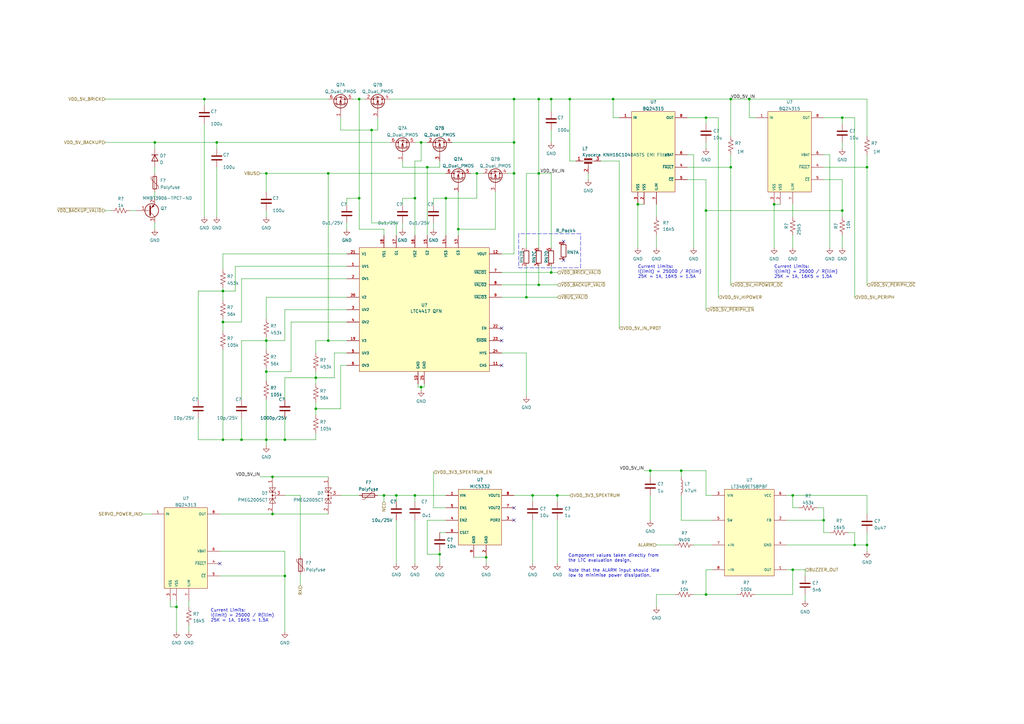
<source format=kicad_sch>
(kicad_sch (version 20211123) (generator eeschema)
  (paper "A3")
  (junction (at 109.22 180.34))
  (junction (at 210.82 40.64))
  (junction (at 345.44 48.26))
  (junction (at 152.4 53.34))
  (junction (at 299.72 40.64))
  (junction (at 88.9 58.42))
  (junction (at 220.98 40.64))
  (junction (at 109.22 139.7))
  (junction (at 307.34 40.64))
  (junction (at 187.96 93.98))
  (junction (at 147.32 40.64))
  (junction (at 355.6 68.58))
  (junction (at 91.44 132.08))
  (junction (at 172.72 158.75))
  (junction (at 170.18 81.28))
  (junction (at 129.54 154.94))
  (junction (at 134.62 71.12))
  (junction (at 226.06 111.76))
  (junction (at 345.44 86.36))
  (junction (at 111.76 210.82))
  (junction (at 220.98 71.12))
  (junction (at 109.22 71.12))
  (junction (at 325.12 233.68))
  (junction (at 226.06 40.64))
  (junction (at 172.72 58.42))
  (junction (at 215.9 121.92))
  (junction (at 63.5 58.42))
  (junction (at 233.68 40.64))
  (junction (at 91.44 119.38))
  (junction (at 289.56 243.84))
  (junction (at 182.88 81.28))
  (junction (at 116.84 180.34))
  (junction (at 337.82 213.36))
  (junction (at 289.56 86.36))
  (junction (at 220.98 116.84))
  (junction (at 111.76 195.58))
  (junction (at 228.6 203.2))
  (junction (at 175.26 68.58))
  (junction (at 162.56 203.2))
  (junction (at 129.54 167.64))
  (junction (at 251.46 40.64))
  (junction (at 109.22 152.4))
  (junction (at 91.44 180.34))
  (junction (at 289.56 48.26))
  (junction (at 170.18 203.2))
  (junction (at 72.39 248.92))
  (junction (at 195.58 71.12))
  (junction (at 299.72 68.58))
  (junction (at 99.06 180.34))
  (junction (at 210.82 71.12))
  (junction (at 261.62 83.82))
  (junction (at 134.62 139.7))
  (junction (at 147.32 81.28))
  (junction (at 157.48 203.2))
  (junction (at 350.52 223.52))
  (junction (at 279.4 193.04))
  (junction (at 116.84 236.22))
  (junction (at 317.5 83.82))
  (junction (at 355.6 223.52))
  (junction (at 266.7 193.04))
  (junction (at 83.82 40.64))
  (junction (at 180.34 227.33))
  (junction (at 199.39 228.6))
  (junction (at 210.82 58.42))
  (junction (at 218.44 203.2))
  (junction (at 325.12 203.2))
  (no_connect (at 231.14 99.06))
  (no_connect (at 231.14 106.68))
  (no_connect (at 90.17 231.14))
  (no_connect (at 210.82 208.28))
  (no_connect (at 210.82 213.36))
  (no_connect (at 205.74 134.62))
  (no_connect (at 205.74 139.7))
  (no_connect (at 205.74 149.86))
  (wire (pts (xy 129.54 167.64) (xy 129.54 170.18)))
  (wire (pts (xy 116.84 139.7) (xy 109.22 139.7)))
  (wire (pts (xy 170.18 205.74) (xy 170.18 203.2)))
  (wire (pts (xy 147.32 81.28) (xy 142.24 81.28)))
  (wire (pts (xy 264.16 193.04) (xy 266.7 193.04)))
  (wire (pts (xy 215.9 121.92) (xy 228.6 121.92)))
  (wire (pts (xy 90.17 210.82) (xy 111.76 210.82)))
  (wire (pts (xy 299.72 40.64) (xy 307.34 40.64)))
  (polyline (pts (xy 238.125 95.885) (xy 212.725 95.885)))
  (wire (pts (xy 330.2 236.22) (xy 330.2 233.68)))
  (wire (pts (xy 99.06 171.45) (xy 99.06 180.34)))
  (wire (pts (xy 279.4 193.04) (xy 289.56 193.04)))
  (wire (pts (xy 173.99 157.48) (xy 173.99 158.75)))
  (wire (pts (xy 175.26 213.36) (xy 175.26 227.33)))
  (wire (pts (xy 289.56 203.2) (xy 292.1 203.2)))
  (wire (pts (xy 294.64 48.26) (xy 294.64 121.92)))
  (wire (pts (xy 147.32 81.28) (xy 147.32 40.64)))
  (wire (pts (xy 91.44 110.49) (xy 91.44 104.14)))
  (wire (pts (xy 205.74 104.14) (xy 210.82 104.14)))
  (wire (pts (xy 345.44 58.42) (xy 345.44 60.96)))
  (wire (pts (xy 180.34 218.44) (xy 182.88 218.44)))
  (wire (pts (xy 109.22 139.7) (xy 109.22 143.51)))
  (wire (pts (xy 109.22 180.34) (xy 116.84 180.34)))
  (wire (pts (xy 139.7 149.86) (xy 139.7 167.64)))
  (wire (pts (xy 355.6 63.5) (xy 355.6 68.58)))
  (wire (pts (xy 172.72 58.42) (xy 175.26 58.42)))
  (wire (pts (xy 215.9 101.6) (xy 215.9 71.12)))
  (wire (pts (xy 330.2 233.68) (xy 325.12 233.68)))
  (wire (pts (xy 180.34 227.33) (xy 180.34 231.14)))
  (wire (pts (xy 162.56 213.36) (xy 162.56 231.14)))
  (wire (pts (xy 177.8 91.44) (xy 177.8 93.98)))
  (wire (pts (xy 218.44 213.36) (xy 218.44 231.14)))
  (wire (pts (xy 123.19 203.2) (xy 116.84 203.2)))
  (wire (pts (xy 137.16 154.94) (xy 129.54 154.94)))
  (wire (pts (xy 99.06 139.7) (xy 99.06 163.83)))
  (wire (pts (xy 284.48 63.5) (xy 281.94 63.5)))
  (wire (pts (xy 72.39 248.92) (xy 72.39 259.08)))
  (wire (pts (xy 96.52 109.22) (xy 142.24 109.22)))
  (wire (pts (xy 345.44 48.26) (xy 337.82 48.26)))
  (wire (pts (xy 320.04 83.82) (xy 317.5 83.82)))
  (wire (pts (xy 226.06 45.72) (xy 226.06 40.64)))
  (wire (pts (xy 142.24 144.78) (xy 137.16 144.78)))
  (wire (pts (xy 172.72 58.42) (xy 172.72 66.04)))
  (wire (pts (xy 53.34 86.36) (xy 55.88 86.36)))
  (wire (pts (xy 289.56 86.36) (xy 289.56 127)))
  (wire (pts (xy 205.74 111.76) (xy 226.06 111.76)))
  (wire (pts (xy 289.56 48.26) (xy 281.94 48.26)))
  (wire (pts (xy 279.4 193.04) (xy 279.4 195.58)))
  (wire (pts (xy 226.06 40.64) (xy 220.98 40.64)))
  (wire (pts (xy 144.78 40.64) (xy 147.32 40.64)))
  (wire (pts (xy 220.98 116.84) (xy 228.6 116.84)))
  (wire (pts (xy 330.2 243.84) (xy 330.2 246.38)))
  (wire (pts (xy 218.44 203.2) (xy 210.82 203.2)))
  (wire (pts (xy 254 48.26) (xy 251.46 48.26)))
  (wire (pts (xy 83.82 40.64) (xy 83.82 43.18)))
  (wire (pts (xy 182.88 81.28) (xy 182.88 96.52)))
  (wire (pts (xy 152.4 91.44) (xy 162.56 91.44)))
  (wire (pts (xy 355.6 203.2) (xy 325.12 203.2)))
  (wire (pts (xy 266.7 193.04) (xy 279.4 193.04)))
  (wire (pts (xy 182.88 81.28) (xy 195.58 81.28)))
  (wire (pts (xy 309.88 48.26) (xy 307.34 48.26)))
  (wire (pts (xy 157.48 203.2) (xy 154.94 203.2)))
  (wire (pts (xy 142.24 81.28) (xy 142.24 83.82)))
  (wire (pts (xy 215.9 144.78) (xy 205.74 144.78)))
  (wire (pts (xy 317.5 83.82) (xy 317.5 101.6)))
  (wire (pts (xy 292.1 213.36) (xy 279.4 213.36)))
  (wire (pts (xy 142.24 127) (xy 116.84 127)))
  (wire (pts (xy 43.18 86.36) (xy 45.72 86.36)))
  (wire (pts (xy 355.6 210.82) (xy 355.6 203.2)))
  (wire (pts (xy 194.31 228.6) (xy 199.39 228.6)))
  (wire (pts (xy 226.06 111.76) (xy 226.06 109.22)))
  (wire (pts (xy 228.6 203.2) (xy 228.6 205.74)))
  (polyline (pts (xy 238.125 109.855) (xy 238.125 95.885)))
  (wire (pts (xy 142.24 149.86) (xy 139.7 149.86)))
  (wire (pts (xy 171.45 157.48) (xy 171.45 158.75)))
  (wire (pts (xy 129.54 180.34) (xy 116.84 180.34)))
  (wire (pts (xy 210.82 58.42) (xy 210.82 40.64)))
  (wire (pts (xy 157.48 93.98) (xy 147.32 93.98)))
  (wire (pts (xy 109.22 71.12) (xy 134.62 71.12)))
  (wire (pts (xy 325.12 208.28) (xy 325.12 203.2)))
  (wire (pts (xy 205.74 121.92) (xy 215.9 121.92)))
  (wire (pts (xy 88.9 58.42) (xy 160.02 58.42)))
  (wire (pts (xy 116.84 163.83) (xy 116.84 154.94)))
  (wire (pts (xy 123.19 240.03) (xy 123.19 235.585)))
  (wire (pts (xy 322.58 213.36) (xy 337.82 213.36)))
  (wire (pts (xy 269.24 83.82) (xy 269.24 88.9)))
  (wire (pts (xy 116.84 171.45) (xy 116.84 180.34)))
  (wire (pts (xy 269.24 243.84) (xy 276.86 243.84)))
  (wire (pts (xy 340.36 101.6) (xy 340.36 63.5)))
  (wire (pts (xy 109.22 180.34) (xy 109.22 182.88)))
  (wire (pts (xy 63.5 91.44) (xy 63.5 93.98)))
  (wire (pts (xy 215.9 71.12) (xy 220.98 71.12)))
  (wire (pts (xy 187.96 78.74) (xy 187.96 93.98)))
  (wire (pts (xy 109.22 138.43) (xy 109.22 139.7)))
  (wire (pts (xy 236.22 66.04) (xy 233.68 66.04)))
  (wire (pts (xy 307.34 48.26) (xy 307.34 40.64)))
  (wire (pts (xy 170.18 96.52) (xy 170.18 81.28)))
  (wire (pts (xy 177.8 193.675) (xy 177.8 208.28)))
  (wire (pts (xy 81.28 163.83) (xy 81.28 119.38)))
  (wire (pts (xy 233.68 40.64) (xy 251.46 40.64)))
  (wire (pts (xy 289.56 48.26) (xy 294.64 48.26)))
  (wire (pts (xy 152.4 53.34) (xy 139.7 53.34)))
  (wire (pts (xy 327.66 208.28) (xy 325.12 208.28)))
  (wire (pts (xy 284.48 243.84) (xy 289.56 243.84)))
  (wire (pts (xy 289.56 233.68) (xy 292.1 233.68)))
  (wire (pts (xy 69.85 248.92) (xy 72.39 248.92)))
  (wire (pts (xy 233.68 203.2) (xy 228.6 203.2)))
  (wire (pts (xy 134.62 71.12) (xy 134.62 139.7)))
  (wire (pts (xy 170.18 203.2) (xy 182.88 203.2)))
  (wire (pts (xy 147.32 40.64) (xy 149.86 40.64)))
  (wire (pts (xy 91.44 132.08) (xy 91.44 135.89)))
  (wire (pts (xy 99.06 114.3) (xy 142.24 114.3)))
  (wire (pts (xy 345.44 73.66) (xy 345.44 86.36)))
  (wire (pts (xy 63.5 58.42) (xy 88.9 58.42)))
  (wire (pts (xy 119.38 152.4) (xy 109.22 152.4)))
  (wire (pts (xy 91.44 180.34) (xy 99.06 180.34)))
  (wire (pts (xy 325.12 233.68) (xy 322.58 233.68)))
  (wire (pts (xy 129.54 139.7) (xy 134.62 139.7)))
  (wire (pts (xy 355.6 55.88) (xy 355.6 40.64)))
  (wire (pts (xy 345.44 86.36) (xy 345.44 88.9)))
  (wire (pts (xy 289.56 193.04) (xy 289.56 203.2)))
  (wire (pts (xy 170.18 58.42) (xy 172.72 58.42)))
  (wire (pts (xy 199.39 228.6) (xy 199.39 231.14)))
  (wire (pts (xy 154.94 48.26) (xy 154.94 53.34)))
  (wire (pts (xy 99.06 132.08) (xy 99.06 114.3)))
  (wire (pts (xy 289.56 243.84) (xy 289.56 233.68)))
  (wire (pts (xy 129.54 165.1) (xy 129.54 167.64)))
  (wire (pts (xy 215.9 121.92) (xy 215.9 109.22)))
  (wire (pts (xy 347.98 218.44) (xy 350.52 218.44)))
  (wire (pts (xy 58.42 210.82) (xy 62.23 210.82)))
  (wire (pts (xy 210.82 71.12) (xy 210.82 104.14)))
  (wire (pts (xy 337.82 73.66) (xy 345.44 73.66)))
  (wire (pts (xy 246.38 66.04) (xy 254 66.04)))
  (wire (pts (xy 193.04 71.12) (xy 195.58 71.12)))
  (wire (pts (xy 116.84 259.08) (xy 116.84 236.22)))
  (wire (pts (xy 220.98 71.12) (xy 220.98 101.6)))
  (wire (pts (xy 177.8 83.82) (xy 177.8 81.28)))
  (wire (pts (xy 203.2 78.74) (xy 203.2 93.98)))
  (wire (pts (xy 187.96 93.98) (xy 187.96 96.52)))
  (wire (pts (xy 289.56 86.36) (xy 345.44 86.36)))
  (wire (pts (xy 134.62 139.7) (xy 142.24 139.7)))
  (wire (pts (xy 175.26 68.58) (xy 180.34 68.58)))
  (wire (pts (xy 81.28 119.38) (xy 91.44 119.38)))
  (wire (pts (xy 355.6 68.58) (xy 337.82 68.58)))
  (wire (pts (xy 337.82 218.44) (xy 337.82 213.36)))
  (wire (pts (xy 139.7 203.2) (xy 147.32 203.2)))
  (wire (pts (xy 109.22 151.13) (xy 109.22 152.4)))
  (wire (pts (xy 233.68 66.04) (xy 233.68 40.64)))
  (wire (pts (xy 111.76 195.58) (xy 134.62 195.58)))
  (wire (pts (xy 119.38 132.08) (xy 119.38 152.4)))
  (wire (pts (xy 210.82 40.64) (xy 220.98 40.64)))
  (wire (pts (xy 345.44 50.8) (xy 345.44 48.26)))
  (wire (pts (xy 350.52 48.26) (xy 350.52 121.92)))
  (wire (pts (xy 162.56 203.2) (xy 157.48 203.2)))
  (wire (pts (xy 129.54 154.94) (xy 129.54 157.48)))
  (wire (pts (xy 279.4 213.36) (xy 279.4 203.2)))
  (wire (pts (xy 337.82 213.36) (xy 337.82 208.28)))
  (wire (pts (xy 220.98 116.84) (xy 205.74 116.84)))
  (wire (pts (xy 251.46 48.26) (xy 251.46 40.64)))
  (wire (pts (xy 299.72 68.58) (xy 281.94 68.58)))
  (wire (pts (xy 139.7 167.64) (xy 129.54 167.64)))
  (wire (pts (xy 170.18 213.36) (xy 170.18 231.14)))
  (wire (pts (xy 269.24 248.92) (xy 269.24 243.84)))
  (wire (pts (xy 350.52 223.52) (xy 322.58 223.52)))
  (wire (pts (xy 170.18 81.28) (xy 170.18 66.04)))
  (wire (pts (xy 171.45 158.75) (xy 172.72 158.75)))
  (wire (pts (xy 96.52 119.38) (xy 96.52 109.22)))
  (wire (pts (xy 91.44 132.08) (xy 99.06 132.08)))
  (wire (pts (xy 43.18 40.64) (xy 83.82 40.64)))
  (wire (pts (xy 195.58 71.12) (xy 195.58 81.28)))
  (wire (pts (xy 281.94 73.66) (xy 289.56 73.66)))
  (wire (pts (xy 109.22 152.4) (xy 109.22 156.21)))
  (wire (pts (xy 185.42 58.42) (xy 210.82 58.42)))
  (wire (pts (xy 142.24 91.44) (xy 142.24 93.98)))
  (wire (pts (xy 182.88 213.36) (xy 175.26 213.36)))
  (wire (pts (xy 77.47 256.54) (xy 77.47 259.08)))
  (wire (pts (xy 116.84 236.22) (xy 116.84 226.06)))
  (wire (pts (xy 177.8 81.28) (xy 182.88 81.28)))
  (wire (pts (xy 139.7 53.34) (xy 139.7 48.26)))
  (wire (pts (xy 325.12 96.52) (xy 325.12 101.6)))
  (polyline (pts (xy 212.725 95.885) (xy 212.725 109.855)))
  (wire (pts (xy 337.82 208.28) (xy 335.28 208.28)))
  (wire (pts (xy 165.1 68.58) (xy 165.1 66.04)))
  (wire (pts (xy 299.72 55.88) (xy 299.72 40.64)))
  (wire (pts (xy 220.98 40.64) (xy 220.98 71.12)))
  (wire (pts (xy 162.56 91.44) (xy 162.56 96.52)))
  (wire (pts (xy 147.32 93.98) (xy 147.32 81.28)))
  (wire (pts (xy 345.44 48.26) (xy 350.52 48.26)))
  (wire (pts (xy 355.6 68.58) (xy 355.6 116.84)))
  (wire (pts (xy 266.7 195.58) (xy 266.7 193.04)))
  (wire (pts (xy 72.39 246.38) (xy 72.39 248.92)))
  (wire (pts (xy 129.54 139.7) (xy 129.54 144.78)))
  (wire (pts (xy 284.48 101.6) (xy 284.48 63.5)))
  (wire (pts (xy 129.54 152.4) (xy 129.54 154.94)))
  (wire (pts (xy 289.56 73.66) (xy 289.56 86.36)))
  (wire (pts (xy 226.06 71.12) (xy 220.98 71.12)))
  (wire (pts (xy 254 66.04) (xy 254 134.62)))
  (wire (pts (xy 91.44 143.51) (xy 91.44 180.34)))
  (wire (pts (xy 43.18 58.42) (xy 63.5 58.42)))
  (wire (pts (xy 226.06 111.76) (xy 228.6 111.76)))
  (wire (pts (xy 162.56 205.74) (xy 162.56 203.2)))
  (wire (pts (xy 241.3 73.66) (xy 241.3 71.12)))
  (wire (pts (xy 299.72 68.58) (xy 299.72 116.84)))
  (wire (pts (xy 90.17 236.22) (xy 116.84 236.22)))
  (wire (pts (xy 266.7 203.2) (xy 266.7 213.36)))
  (wire (pts (xy 289.56 50.8) (xy 289.56 48.26)))
  (wire (pts (xy 210.82 71.12) (xy 210.82 58.42)))
  (wire (pts (xy 172.72 158.75) (xy 172.72 160.02)))
  (wire (pts (xy 218.44 203.2) (xy 218.44 205.74)))
  (wire (pts (xy 182.88 208.28) (xy 177.8 208.28)))
  (wire (pts (xy 309.88 243.84) (xy 325.12 243.84)))
  (wire (pts (xy 109.22 139.7) (xy 99.06 139.7)))
  (wire (pts (xy 355.6 218.44) (xy 355.6 223.52)))
  (wire (pts (xy 142.24 121.92) (xy 109.22 121.92)))
  (wire (pts (xy 116.84 226.06) (xy 90.17 226.06)))
  (wire (pts (xy 157.48 203.2) (xy 157.48 205.74)))
  (wire (pts (xy 109.22 86.36) (xy 109.22 88.9)))
  (wire (pts (xy 165.1 81.28) (xy 170.18 81.28)))
  (wire (pts (xy 109.22 163.83) (xy 109.22 180.34)))
  (wire (pts (xy 187.96 93.98) (xy 203.2 93.98)))
  (wire (pts (xy 210.82 40.64) (xy 160.02 40.64)))
  (wire (pts (xy 175.26 68.58) (xy 175.26 96.52)))
  (wire (pts (xy 264.16 83.82) (xy 261.62 83.82)))
  (wire (pts (xy 83.82 40.64) (xy 134.62 40.64)))
  (wire (pts (xy 261.62 83.82) (xy 261.62 101.6)))
  (wire (pts (xy 299.72 40.64) (xy 251.46 40.64)))
  (wire (pts (xy 142.24 132.08) (xy 119.38 132.08)))
  (wire (pts (xy 325.12 243.84) (xy 325.12 233.68)))
  (wire (pts (xy 137.16 144.78) (xy 137.16 154.94)))
  (wire (pts (xy 233.68 40.64) (xy 226.06 40.64)))
  (wire (pts (xy 170.18 203.2) (xy 162.56 203.2)))
  (wire (pts (xy 340.36 218.44) (xy 337.82 218.44)))
  (wire (pts (xy 180.34 66.04) (xy 180.34 68.58)))
  (wire (pts (xy 157.48 96.52) (xy 157.48 93.98)))
  (wire (pts (xy 129.54 177.8) (xy 129.54 180.34)))
  (wire (pts (xy 289.56 243.84) (xy 302.26 243.84)))
  (wire (pts (xy 289.56 58.42) (xy 289.56 60.96)))
  (wire (pts (xy 99.06 180.34) (xy 109.22 180.34)))
  (wire (pts (xy 269.24 96.52) (xy 269.24 101.6)))
  (wire (pts (xy 63.5 68.58) (xy 63.5 71.12)))
  (wire (pts (xy 165.1 91.44) (xy 165.1 93.98)))
  (wire (pts (xy 228.6 203.2) (xy 218.44 203.2)))
  (wire (pts (xy 180.34 227.33) (xy 180.34 226.06)))
  (wire (pts (xy 345.44 96.52) (xy 345.44 101.6)))
  (wire (pts (xy 91.44 104.14) (xy 142.24 104.14)))
  (wire (pts (xy 195.58 71.12) (xy 198.12 71.12)))
  (wire (pts (xy 106.68 71.12) (xy 109.22 71.12)))
  (wire (pts (xy 123.19 203.2) (xy 123.19 227.965)))
  (wire (pts (xy 81.28 171.45) (xy 81.28 180.34)))
  (wire (pts (xy 91.44 119.38) (xy 96.52 119.38)))
  (wire (pts (xy 172.72 158.75) (xy 173.99 158.75)))
  (wire (pts (xy 88.9 68.58) (xy 88.9 88.9)))
  (wire (pts (xy 106.68 195.58) (xy 111.76 195.58)))
  (wire (pts (xy 152.4 53.34) (xy 152.4 91.44)))
  (wire (pts (xy 77.47 246.38) (xy 77.47 248.92)))
  (wire (pts (xy 134.62 71.12) (xy 182.88 71.12)))
  (wire (pts (xy 165.1 83.82) (xy 165.1 81.28)))
  (wire (pts (xy 116.84 127) (xy 116.84 139.7)))
  (wire (pts (xy 63.5 60.96) (xy 63.5 58.42)))
  (wire (pts (xy 325.12 83.82) (xy 325.12 88.9)))
  (wire (pts (xy 165.1 68.58) (xy 175.26 68.58)))
  (wire (pts (xy 91.44 119.38) (xy 91.44 123.19)))
  (wire (pts (xy 284.48 223.52) (xy 292.1 223.52)))
  (wire (pts (xy 226.06 101.6) (xy 226.06 71.12)))
  (wire (pts (xy 116.84 154.94) (xy 129.54 154.94)))
  (wire (pts (xy 226.06 53.34) (xy 226.06 58.42)))
  (wire (pts (xy 208.28 71.12) (xy 210.82 71.12)))
  (wire (pts (xy 228.6 213.36) (xy 228.6 231.14)))
  (wire (pts (xy 109.22 71.12) (xy 109.22 78.74)))
  (wire (pts (xy 175.26 227.33) (xy 180.34 227.33)))
  (wire (pts (xy 269.24 223.52) (xy 276.86 223.52)))
  (wire (pts (xy 325.12 203.2) (xy 322.58 203.2)))
  (wire (pts (xy 220.98 109.22) (xy 220.98 116.84)))
  (wire (pts (xy 170.18 66.04) (xy 172.72 66.04)))
  (wire (pts (xy 307.34 40.64) (xy 355.6 40.64)))
  (wire (pts (xy 299.72 63.5) (xy 299.72 68.58)))
  (wire (pts (xy 111.76 210.82) (xy 134.62 210.82)))
  (wire (pts (xy 340.36 63.5) (xy 337.82 63.5)))
  (wire (pts (xy 69.85 246.38) (xy 69.85 248.92)))
  (wire (pts (xy 355.6 223.52) (xy 350.52 223.52)))
  (wire (pts (xy 91.44 130.81) (xy 91.44 132.08)))
  (wire (pts (xy 88.9 60.96) (xy 88.9 58.42)))
  (wire (pts (xy 91.44 118.11) (xy 91.44 119.38)))
  (wire (pts (xy 215.9 162.56) (xy 215.9 144.78)))
  (wire (pts (xy 154.94 53.34) (xy 152.4 53.34)))
  (wire (pts (xy 83.82 50.8) (xy 83.82 88.9)))
  (wire (pts (xy 350.52 218.44) (xy 350.52 223.52)))
  (wire (pts (xy 81.28 180.34) (xy 91.44 180.34)))
  (wire (pts (xy 109.22 121.92) (xy 109.22 130.81)))
  (wire (pts (xy 63.5 78.74) (xy 63.5 81.28)))
  (wire (pts (xy 355.6 226.06) (xy 355.6 223.52)))
  (polyline (pts (xy 212.725 109.855) (xy 238.125 109.855)))
  (text "Current Limits:\nI(limit) = 25000 / R(ilim)\n25K = 1A, 16K5 = 1.5A" (at 261.62 114.3 0) (effects (font (size 1.27 1.27)) (justify left bottom)))
  (text "Component values taken directly from\nthe LTC evaluation design.\n\nNote that the ALARM input should idle\nlow to minimise power dissipation." (at 233.045 236.855 0) (effects (font (size 1.27 1.27)) (justify left bottom)))
  (text "Current Limits:\nI(limit) = 25000 / R(ilim)\n25K = 1A, 16K5 = 1.5A" (at 86.36 255.27 0) (effects (font (size 1.27 1.27)) (justify left bottom)))
  (text "Current Limits:\nI(limit) = 25000 / R(ilim)\n25K = 1A, 16K5 = 1.5A" (at 317.5 114.3 0) (effects (font (size 1.27 1.27)) (justify left bottom)))
  (label "VDD_5V_IN" (at 299.72 40.64 0))
  (label "VDD_5V_IN" (at 221.615 71.12 0))
  (label "VDD_5V_IN" (at 264.16 193.04 180))
  (label "VDD_5V_IN" (at 106.68 195.58 180))
  (hierarchical_label "VDD_3V3_SPEKTRUM_EN" (shape input) (at 177.8 193.675 0))
  (hierarchical_label "ALARM" (shape input) (at 269.24 223.52 180))
  (hierarchical_label "~{VDD_BRICK_VALID}" (shape input) (at 228.6 111.76 0))
  (hierarchical_label "VDD_3V3_SPEKTRUM" (shape input) (at 233.68 203.2 0))
  (hierarchical_label "~{VDD_BACKUP_VALID}" (shape input) (at 228.6 116.84 0))
  (hierarchical_label "VDD_5V_BRICK" (shape input) (at 43.18 40.64 180))
  (hierarchical_label "NC" (shape input) (at 157.48 205.74 270))
  (hierarchical_label "~{VBUS_VALID}" (shape input) (at 228.6 121.92 0))
  (hierarchical_label "VDD_5V_BACKUP" (shape input) (at 43.18 58.42 180))
  (hierarchical_label "VDD_5V_HIPOWER" (shape input) (at 294.64 121.92 0))
  (hierarchical_label "VBUS" (shape input) (at 106.68 71.12 180))
  (hierarchical_label "BUZZER_OUT" (shape input) (at 330.2 233.68 0))
  (hierarchical_label "~{VDD_5V_PERIPH_EN}" (shape input) (at 289.56 127 0))
  (hierarchical_label "~{VDD_5V_PERIPH_OC}" (shape input) (at 355.6 116.84 0))
  (hierarchical_label "SERVO_POWER_IN" (shape input) (at 58.42 210.82 180))
  (hierarchical_label "RX" (shape input) (at 123.19 240.03 270))
  (hierarchical_label "~{VDD_5V_HIPOWER_OC}" (shape input) (at 299.72 116.84 0))
  (hierarchical_label "~{VDD_BACKUP_VALID}" (shape input) (at 43.18 86.36 180))
  (hierarchical_label "VDD_5V_PERIPH" (shape input) (at 350.52 121.92 0))
  (hierarchical_label "VDD_5V_IN_PROT" (shape input) (at 254 134.62 0))
  (symbol (lib_id "Device:C") (at 165.1 87.63 0) (unit 1)
    (property "Reference" "C?" (at 162.56 83.82 0) (effects (justify left)))
    (property "Value" "0u1/25V" (at 154.94 91.44 0) (effects (justify left)))
    (property "Footprint" "Capacitor_SMD:C_0402_1005Metric" (effects hide))
    (property "PartID" "445-7348-1-ND" (effects hide))
  )
  (symbol (lib_id "Device:C") (at 162.56 209.55 0) (unit 1)
    (property "Reference" "C?" (at 160.02 205.74 0) (effects (justify left)))
    (property "Value" "10u/25V" (at 152.4 213.36 0) (effects (justify left)))
    (property "Footprint" "Capacitor_SMD:C_0805_2012Metric" (effects hide))
    (property "PartID" "1276-2891-1-ND" (effects hide))
  )
  (symbol (lib_id "Device:R_US") (at 91.44 114.3 0) (unit 1)
    (property "Reference" "R?" (at 93.091 113.3915 0) (effects (justify left)))
    (property "Value" "453k" (at 93.091 116.1666 0) (effects (justify left)))
    (property "Footprint" "Resistor_SMD:R_0402_1005Metric" (effects hide))
    (property "PartID" "RMCF0402FT453KCT-ND" (effects hide))
  )
  (symbol (lib_id "Device:R_US") (at 91.44 127 0) (unit 1)
    (property "Reference" "R?" (at 93.091 126.0915 0) (effects (justify left)))
    (property "Value" "56k" (at 93.091 128.8666 0) (effects (justify left)))
    (property "Footprint" "Resistor_SMD:R_0402_1005Metric" (effects hide))
    (property "PartID" "P56KDCCT-ND" (effects hide))
  )
  (symbol (lib_name "R_Pack04_SIP_Split_1") (lib_id "Device:R_Pack04_SIP_Split") (at 215.9 105.41 0) (unit 2)
    (property "Reference" "RN?" (at 213.995 107.95 90) (effects (justify left)))
    (property "Value" "R_Pack4" (effects hide))
    (property "Footprint" "libraries:EXB28V105JX" (effects hide))
    (property "PartID" "Y7105CT-ND" (effects hide))
  )
  (symbol (lib_id "power:GND") (at 165.1 93.98 0) (unit 1)
    (property "Reference" "#PWR?" (effects hide))
    (property "Value" "GND" (at 165.1 98.5425 0))
  )
  (symbol (lib_id "Diode:BAT54C") (at 111.76 203.2 90) (mirror x) (unit 1)
    (property "Reference" "D?" (at 109.855 202.2915 90) (effects (justify left)))
    (property "Value" "PMEG2005CT" (at 109.855 205.0666 90) (effects (justify left)))
    (property "Footprint" "Package_TO_SOT_SMD:SOT-23" (effects hide))
    (property "Datasheet" "http://www.diodes.com/_files/datasheets/ds11005.pdf" (effects hide))
    (property "PartID" "568-6500-1-ND" (effects hide))
  )
  (symbol (lib_id "Device:C") (at 266.7 199.39 0) (unit 1)
    (property "Reference" "C?" (at 269.621 198.4815 0) (effects (justify left)))
    (property "Value" "1u" (at 269.621 201.2566 0) (effects (justify left)))
    (property "Footprint" "Capacitor_SMD:C_0603_1608Metric" (effects hide))
    (property "PartID" "311-1372-1-ND" (effects hide))
  )
  (symbol (lib_id "Device:C") (at 88.9 64.77 0) (unit 1)
    (property "Reference" "C?" (at 91.44 63.5 0) (effects (justify left)))
    (property "Value" "100u" (at 91.44 68.58 0) (effects (justify left)))
    (property "Footprint" "Capacitor_SMD:C_1206_3216Metric" (effects hide))
    (property "PartID" "445-6007-1-ND" (effects hide))
  )
  (symbol (lib_id "power:GND") (at 162.56 231.14 0) (unit 1)
    (property "Reference" "#PWR?" (effects hide))
    (property "Value" "GND" (at 162.56 235.7025 0))
  )
  (symbol (lib_id "Device:Q_Dual_PMOS_G1S2G2D2S1D1") (at 165.1 60.96 90) (unit 1)
    (property "Reference" "Q?" (at 165.1 52.5485 90))
    (property "Value" "Q_Dual_PMOS" (at 165.1 55.3236 90))
    (property "PartID" "NTHD4102PT1GOSCT-ND" (effects hide))
  )
  (symbol (lib_id "Device:C") (at 345.44 54.61 0) (unit 1)
    (property "Reference" "C?" (at 348.361 53.7015 0) (effects (justify left)))
    (property "Value" "10u" (at 348.361 56.4766 0) (effects (justify left)))
    (property "Footprint" "Capacitor_SMD:C_0603_1608Metric" (effects hide))
    (property "PartID" "445-7486-1-ND" (effects hide))
  )
  (symbol (lib_id "Device:C") (at 99.06 167.64 0) (unit 1)
    (property "Reference" "C?" (at 96.52 163.83 0) (effects (justify left)))
    (property "Value" "10p/25V" (at 88.9 171.45 0) (effects (justify left)))
    (property "Footprint" "Capacitor_SMD:C_0402_1005Metric" (effects hide))
    (property "PartID" "399-7746-1-ND" (effects hide))
  )
  (symbol (lib_id "Device:C") (at 330.2 240.03 0) (unit 1)
    (property "Reference" "C?" (at 333.121 239.1215 0) (effects (justify left)))
    (property "Value" "5n6" (at 333.121 241.8966 0) (effects (justify left)))
    (property "Footprint" "Capacitor_SMD:C_0402_1005Metric" (effects hide))
    (property "PartID" "399-3073-1-ND" (effects hide))
  )
  (symbol (lib_id "Device:R_US") (at 109.22 147.32 0) (unit 1)
    (property "Reference" "R?" (at 110.871 146.4115 0) (effects (justify left)))
    (property "Value" "56k" (at 110.871 149.1866 0) (effects (justify left)))
    (property "Footprint" "Resistor_SMD:R_0402_1005Metric" (effects hide))
    (property "PartID" "P56KDCCT-ND" (effects hide))
  )
  (symbol (lib_name "R_Pack04_SIP_Split_2") (lib_id "Device:R_Pack04_SIP_Split") (at 220.98 105.41 0) (unit 3)
    (property "Reference" "RN?" (at 219.075 107.95 90) (effects (justify left)))
    (property "Value" "R_Pack4" (at 227.965 94.615 0) (effects (justify left)))
    (property "Footprint" "libraries:EXB28V105JX" (effects hide))
    (property "PartID" "Y7105CT-ND" (effects hide))
  )
  (symbol (lib_id "power:GND") (at 77.47 259.08 0) (unit 1)
    (property "Reference" "#PWR?" (effects hide))
    (property "Value" "GND" (at 77.47 263.6425 0))
  )
  (symbol (lib_id "Device:C") (at 83.82 46.99 0) (unit 1)
    (property "Reference" "C?" (at 86.36 45.72 0) (effects (justify left)))
    (property "Value" "100u" (at 86.36 50.8 0) (effects (justify left)))
    (property "Footprint" "Capacitor_SMD:C_1206_3216Metric" (effects hide))
    (property "PartID" "445-6007-1-ND" (effects hide))
  )
  (symbol (lib_id "power:GND") (at 340.36 101.6 0) (unit 1)
    (property "Reference" "#PWR?" (effects hide))
    (property "Value" "GND" (at 340.36 106.1625 0))
  )
  (symbol (lib_id "power:GND") (at 261.62 101.6 0) (unit 1)
    (property "Reference" "#PWR?" (effects hide))
    (property "Value" "GND" (at 261.62 106.1625 0))
  )
  (symbol (lib_id "Device:R_US") (at 129.54 148.59 0) (unit 1)
    (property "Reference" "R?" (at 131.191 147.6815 0) (effects (justify left)))
    (property "Value" "453k" (at 131.191 150.4566 0) (effects (justify left)))
    (property "Footprint" "Resistor_SMD:R_0402_1005Metric" (effects hide))
    (property "PartID" "RMCF0402FT453KCT-ND" (effects hide))
  )
  (symbol (lib_id "power:GND") (at 170.18 231.14 0) (unit 1)
    (property "Reference" "#PWR?" (effects hide))
    (property "Value" "GND" (at 170.18 235.7025 0))
  )
  (symbol (lib_id "power:GND") (at 72.39 259.08 0) (unit 1)
    (property "Reference" "#PWR?" (effects hide))
    (property "Value" "GND" (at 72.39 263.6425 0))
  )
  (symbol (lib_id "Device:Q_Dual_PMOS_G1S2G2D2S1D1") (at 139.7 43.18 90) (unit 1)
    (property "Reference" "Q?" (at 139.7 34.7685 90))
    (property "Value" "Q_Dual_PMOS" (at 139.7 37.5436 90))
    (property "PartID" "NTHD4102PT1GOSCT-ND" (effects hide))
  )
  (symbol (lib_id "power:GND") (at 317.5 101.6 0) (unit 1)
    (property "Reference" "#PWR?" (effects hide))
    (property "Value" "GND" (at 317.5 106.1625 0))
  )
  (symbol (lib_id "power:GND") (at 355.6 226.06 0) (unit 1)
    (property "Reference" "#PWR?" (effects hide))
    (property "Value" "GND" (at 355.6 230.6225 0))
  )
  (symbol (lib_id "LT3469ETS8:LT3469ETS8PBF") (at 307.34 219.075 0) (unit 1)
    (property "Reference" "U?" (at 307.34 196.8205 0))
    (property "Value" "LT3469ETS8PBF" (at 307.34 199.5956 0))
    (property "Footprint" "Package_TO_SOT_SMD:TSOT-23-8" (effects hide))
    (property "Datasheet" "http://cds.linear.com/docs/en/datasheet/3469f.pdf" (effects hide))
    (property "Code  JEDEC" "MO-193" (effects hide))
    (property "Component Link 1 Description" "Manufacturer URL" (effects hide))
    (property "Component Link 1 URL" "http://www.linear.com/" (effects hide))
    (property "Component Link 3 Description" "Package Specification" (effects hide))
    (property "Component Link 3 URL" "http://cds.linear.com/docs/en/packaging/SOT_8_05-08-1637.pdf" (effects hide))
    (property "Mounting Technology" "Surface Mount" (effects hide))
    (property "Number of Outputs" "1" (effects hide))
    (property "Package Description" "8-Pin Plastic TSOT-23, Body 2.9 x 1.63 mm, Pitch 0.65 mm" (effects hide))
    (property "Package Version" "Rev. A, 08/2010" (effects hide))
    (property "category" "IC" (effects hide))
    (property "ciiva ids" "2944133" (effects hide))
    (property "library id" "5dbba2a41eee83f3" (effects hide))
    (property "manufacturer" "Linear Technology" (effects hide))
    (property "package" "TS8-8" (effects hide))
    (property "release date" "1377839658" (effects hide))
    (property "rohs" "Yes" (effects hide))
    (property "vault revision" "E5E46170-05CA-43E0-ABCC-429B2364D8D1" (effects hide))
    (property "imported" "yes" (effects hide))
  )
  (symbol (lib_id "Device:Filter_EMI_C") (at 241.3 68.58 0) (unit 1)
    (property "Reference" "L?" (at 238.76 60.96 0) (effects (justify left)))
    (property "Value" "Kyocera KNH16C104DA5TS EMI Filter" (at 238.76 63.5 0) (effects (justify left)))
    (property "Footprint" "libraries:C_FEEDTHRU_0603_TDK" (effects hide))
    (property "Datasheet" "http://www.murata.com/~/media/webrenewal/support/library/catalog/products/emc/emifil/c31e.ashx?la=en-gb" (effects hide))
  )
  (symbol (lib_id "Device:Q_Dual_PMOS_G1S2G2D2S1D1") (at 154.94 43.18 270) (mirror x) (unit 2)
    (property "Reference" "Q?" (at 154.94 34.7685 90))
    (property "Value" "Q_Dual_PMOS" (at 154.94 37.5436 90))
    (property "PartID" "NTHD4102PT1GOSCT-ND" (effects hide))
  )
  (symbol (lib_id "Device:Q_Dual_PMOS_G1S2G2D2S1D1") (at 203.2 73.66 270) (mirror x) (unit 2)
    (property "Reference" "Q?" (at 203.2 65.2485 90))
    (property "Value" "Q_Dual_PMOS" (at 203.2 68.0236 90))
    (property "PartID" "NTHD4102PT1GOSCT-ND" (effects hide))
  )
  (symbol (lib_id "power:GND") (at 116.84 259.08 0) (unit 1)
    (property "Reference" "#PWR?" (effects hide))
    (property "Value" "GND" (at 116.84 263.6425 0))
  )
  (symbol (lib_id "power:GND") (at 109.22 182.88 0) (unit 1)
    (property "Reference" "#PWR?" (effects hide))
    (property "Value" "GND" (at 109.22 187.4425 0))
  )
  (symbol (lib_id "power:GND") (at 180.34 231.14 0) (unit 1)
    (property "Reference" "#PWR?" (effects hide))
    (property "Value" "GND" (at 180.34 235.7025 0))
  )
  (symbol (lib_id "Device:C") (at 226.06 49.53 0) (unit 1)
    (property "Reference" "C?" (at 228.6 48.26 0) (effects (justify left)))
    (property "Value" "100u" (at 228.6 53.34 0) (effects (justify left)))
    (property "Footprint" "Capacitor_SMD:C_1206_3216Metric" (effects hide))
    (property "PartID" "445-6007-1-ND" (effects hide))
  )
  (symbol (lib_id "Device:C") (at 177.8 87.63 0) (unit 1)
    (property "Reference" "C?" (at 175.26 83.82 0) (effects (justify left)))
    (property "Value" "0u1/25V" (at 167.64 91.44 0) (effects (justify left)))
    (property "Footprint" "Capacitor_SMD:C_0402_1005Metric" (effects hide))
    (property "PartID" "445-7348-1-ND" (effects hide))
  )
  (symbol (lib_id "Device:R_US") (at 77.47 252.73 0) (unit 1)
    (property "Reference" "R?" (at 79.121 251.8215 0) (effects (justify left)))
    (property "Value" "16k5" (at 79.121 254.5966 0) (effects (justify left)))
    (property "Footprint" "Resistor_SMD:R_0402_1005Metric" (effects hide))
    (property "PartID" "RMCF0402FT16K5CT-ND" (effects hide))
  )
  (symbol (lib_id "Device:D") (at 63.5 64.77 270) (unit 1)
    (property "Reference" "D?" (at 65.532 63.8615 90) (effects (justify left)))
    (property "Value" "D" (at 65.532 66.6366 90) (effects (justify left)))
    (property "Footprint" "Diode_SMD:D_SOD-123" (effects hide))
    (property "PartID" "MMSZ5232BT1G" (effects hide))
  )
  (symbol (lib_id "power:GND") (at 142.24 93.98 0) (unit 1)
    (property "Reference" "#PWR?" (effects hide))
    (property "Value" "GND" (at 142.24 98.5425 0))
  )
  (symbol (lib_id "Device:R_US") (at 91.44 139.7 0) (unit 1)
    (property "Reference" "R?" (at 93.091 138.7915 0) (effects (justify left)))
    (property "Value" "105k" (at 93.091 141.5666 0) (effects (justify left)))
    (property "Footprint" "Resistor_SMD:R_0402_1005Metric" (effects hide))
    (property "PartID" "P105KLCT-ND" (effects hide))
  )
  (symbol (lib_id "Diode:BAT54C") (at 134.62 203.2 90) (mirror x) (unit 1)
    (property "Reference" "D?" (at 132.715 202.2915 90) (effects (justify left)))
    (property "Value" "PMEG2005CT" (at 132.715 205.0666 90) (effects (justify left)))
    (property "Footprint" "Package_TO_SOT_SMD:SOT-23" (effects hide))
    (property "Datasheet" "http://www.diodes.com/_files/datasheets/ds11005.pdf" (effects hide))
    (property "PartID" "568-6500-1-ND" (effects hide))
  )
  (symbol (lib_id "Device:R_US") (at 280.67 223.52 90) (unit 1)
    (property "Reference" "R?" (at 280.67 218.6645 90))
    (property "Value" "9k09" (at 280.67 221.4396 90))
    (property "Footprint" "Resistor_SMD:R_0402_1005Metric" (effects hide))
    (property "PartID" "RMCF0402FT9K09CT-ND" (effects hide))
  )
  (symbol (lib_id "Device:L") (at 279.4 199.39 0) (unit 1)
    (property "Reference" "L?" (at 280.67 198.4815 0) (effects (justify left)))
    (property "Value" "47uH" (at 280.67 201.2566 0) (effects (justify left)))
    (property "Footprint" "Inductor_SMD:L_0805_2012Metric" (effects hide))
    (property "PartID" "445-17079-1-ND" (effects hide))
  )
  (symbol (lib_id "power:GND") (at 269.24 101.6 0) (unit 1)
    (property "Reference" "#PWR?" (effects hide))
    (property "Value" "GND" (at 269.24 106.1625 0))
  )
  (symbol (lib_id "Device:R_US") (at 331.47 208.28 90) (unit 1)
    (property "Reference" "R?" (at 331.47 203.4245 90))
    (property "Value" "453k" (at 331.47 206.1996 90))
    (property "Footprint" "Resistor_SMD:R_0402_1005Metric" (effects hide))
    (property "PartID" "RMCF0402FT453KCT-ND" (effects hide))
  )
  (symbol (lib_id "power:GND") (at 109.22 88.9 0) (unit 1)
    (property "Reference" "#PWR?" (effects hide))
    (property "Value" "GND" (at 109.22 93.4625 0))
  )
  (symbol (lib_id "power:GND") (at 289.56 60.96 0) (unit 1)
    (property "Reference" "#PWR?" (effects hide))
    (property "Value" "GND" (at 289.56 65.5225 0))
  )
  (symbol (lib_id "BQ24313-BQ24315:BQ24313") (at 76.2 223.52 0) (unit 1)
    (property "Reference" "U?" (at 76.2 204.3643 0))
    (property "Value" "BQ24313" (at 76.2 207.1394 0))
    (property "Footprint" "libraries:SON50P200X200X80-9N" (effects hide))
    (property "Datasheet" "https://www.ti.com/lit/ds/symlink/bq24313.pdf?ts=1667837595025&ref_url=https%253A%252F%252Fwww.google.com%252F" (effects hide))
    (property "PartID" "296-23933-1-ND" (effects hide))
  )
  (symbol (lib_name "R_Pack04_SIP_Split_3") (lib_id "Device:R_Pack04_SIP_Split") (at 226.06 105.41 0) (unit 4)
    (property "Reference" "RN?" (at 224.155 107.95 90) (effects (justify left)))
    (property "Value" "R_Pack4" (effects hide))
    (property "Footprint" "libraries:EXB28V105JX" (effects hide))
    (property "PartID" "Y7105CT-ND" (effects hide))
  )
  (symbol (lib_id "Device:R_US") (at 129.54 161.29 0) (unit 1)
    (property "Reference" "R?" (at 131.191 160.3815 0) (effects (justify left)))
    (property "Value" "56k" (at 131.191 163.1566 0) (effects (justify left)))
    (property "Footprint" "Resistor_SMD:R_0402_1005Metric" (effects hide))
    (property "PartID" "P56KDCCT-ND" (effects hide))
  )
  (symbol (lib_id "Device:R_US") (at 344.17 218.44 90) (unit 1)
    (property "Reference" "R?" (at 344.17 213.5845 90))
    (property "Value" "16k5" (at 344.17 216.3596 90))
    (property "Footprint" "Resistor_SMD:R_0402_1005Metric" (effects hide))
    (property "PartID" "RMCF0402FT453KCT-ND" (effects hide))
  )
  (symbol (lib_id "Device:R_US") (at 280.67 243.84 90) (unit 1)
    (property "Reference" "R?" (at 280.67 238.9845 90))
    (property "Value" "10k" (at 280.67 241.7596 90))
    (property "Footprint" "Resistor_SMD:R_0402_1005Metric" (effects hide))
    (property "PartID" "311-10.0KLRCT-ND" (effects hide))
  )
  (symbol (lib_id "Device:C") (at 289.56 54.61 0) (unit 1)
    (property "Reference" "C?" (at 292.481 53.7015 0) (effects (justify left)))
    (property "Value" "10u" (at 292.481 56.4766 0) (effects (justify left)))
    (property "Footprint" "Capacitor_SMD:C_0603_1608Metric" (effects hide))
    (property "PartID" "445-7486-1-ND" (effects hide))
  )
  (symbol (lib_id "power:GND") (at 199.39 231.14 0) (unit 1)
    (property "Reference" "#PWR?" (effects hide))
    (property "Value" "GND" (at 199.39 235.7025 0))
  )
  (symbol (lib_id "power:GND") (at 226.06 58.42 0) (unit 1)
    (property "Reference" "#PWR?" (effects hide))
    (property "Value" "GND" (at 226.06 62.9825 0))
  )
  (symbol (lib_id "power:GND") (at 228.6 231.14 0) (unit 1)
    (property "Reference" "#PWR?" (effects hide))
    (property "Value" "GND" (at 228.6 235.7025 0))
  )
  (symbol (lib_id "Device:R_US") (at 325.12 92.71 180) (unit 1)
    (property "Reference" "R?" (at 322.58 93.98 90) (effects (justify right)))
    (property "Value" "25k5" (at 327.66 96.52 90) (effects (justify right)))
    (property "Footprint" "Resistor_SMD:R_0402_1005Metric" (effects hide))
    (property "PartID" "RMCF0402FT25K5CT-ND" (effects hide))
  )
  (symbol (lib_id "Device:R_Pack04_SIP_Split") (at 231.14 102.87 0) (unit 1)
    (property "Reference" "RN?" (at 232.41 103.505 0) (effects (justify left)))
    (property "Value" "R_Pack4" (effects hide))
    (property "Footprint" "libraries:EXB28V105JX" (effects hide))
    (property "PartID" "Y7105CT-ND" (effects hide))
  )
  (symbol (lib_id "Device:R_US") (at 299.72 59.69 180) (unit 1)
    (property "Reference" "R?" (at 301.371 58.7815 0) (effects (justify right)))
    (property "Value" "1M" (at 302.26 62.23 0) (effects (justify right)))
    (property "Footprint" "Resistor_SMD:R_0402_1005Metric" (effects hide))
    (property "PartID" "311-1.00MLRCT-ND" (effects hide))
  )
  (symbol (lib_id "Device:R_US") (at 306.07 243.84 90) (unit 1)
    (property "Reference" "R?" (at 306.07 238.9845 90))
    (property "Value" "100k" (at 306.07 241.7596 90))
    (property "Footprint" "Resistor_SMD:R_0402_1005Metric" (effects hide))
    (property "PartID" "311-100KLRCT-ND" (effects hide))
  )
  (symbol (lib_id "Device:C") (at 180.34 222.25 0) (unit 1)
    (property "Reference" "C?" (at 183.261 221.3415 0) (effects (justify left)))
    (property "Value" "10n" (at 183.261 224.1166 0) (effects (justify left)))
    (property "Footprint" "Capacitor_SMD:C_0402_1005Metric" (effects hide))
    (property "PartID" "311-1042-1-ND" (effects hide))
  )
  (symbol (lib_id "power:GND") (at 345.44 60.96 0) (unit 1)
    (property "Reference" "#PWR?" (effects hide))
    (property "Value" "GND" (at 345.44 65.5225 0))
  )
  (symbol (lib_id "power:GND") (at 241.3 73.66 0) (unit 1)
    (property "Reference" "#PWR?" (effects hide))
    (property "Value" "GND" (at 241.3 78.2225 0))
  )
  (symbol (lib_id "Device:Q_Dual_PMOS_G1S2G2D2S1D1") (at 180.34 60.96 270) (mirror x) (unit 2)
    (property "Reference" "Q?" (at 180.34 52.5485 90))
    (property "Value" "Q_Dual_PMOS" (at 180.34 55.3236 90))
    (property "PartID" "NTHD4102PT1GOSCT-ND" (effects hide))
  )
  (symbol (lib_id "Device:R_US") (at 129.54 173.99 0) (unit 1)
    (property "Reference" "R?" (at 131.191 173.0815 0) (effects (justify left)))
    (property "Value" "105k" (at 131.191 175.8566 0) (effects (justify left)))
    (property "Footprint" "Resistor_SMD:R_0402_1005Metric" (effects hide))
    (property "PartID" "P105KLCT-ND" (effects hide))
  )
  (symbol (lib_id "Device:R_US") (at 269.24 92.71 180) (unit 1)
    (property "Reference" "R?" (at 271.78 91.44 0) (effects (justify right)))
    (property "Value" "16k5" (at 271.78 93.98 0) (effects (justify right)))
    (property "Footprint" "Resistor_SMD:R_0402_1005Metric" (effects hide))
    (property "PartID" "Y7105CT-ND" (effects hide))
  )
  (symbol (lib_id "Device:C") (at 218.44 209.55 0) (unit 1)
    (property "Reference" "C?" (at 221.361 208.6415 0) (effects (justify left)))
    (property "Value" "10u" (at 221.361 211.4166 0) (effects (justify left)))
    (property "Footprint" "Capacitor_SMD:C_0603_1608Metric" (effects hide))
    (property "PartID" "445-7486-1-ND" (effects hide))
  )
  (symbol (lib_id "power:GND") (at 83.82 88.9 0) (unit 1)
    (property "Reference" "#PWR?" (effects hide))
    (property "Value" "GND" (at 83.82 93.4625 0))
  )
  (symbol (lib_id "Device:R_US") (at 109.22 134.62 0) (unit 1)
    (property "Reference" "R?" (at 110.871 133.7115 0) (effects (justify left)))
    (property "Value" "453k" (at 110.871 136.4866 0) (effects (justify left)))
    (property "Footprint" "Resistor_SMD:R_0402_1005Metric" (effects hide))
    (property "PartID" "RMCF0402FT453KCT-ND" (effects hide))
  )
  (symbol (lib_id "power:GND") (at 177.8 93.98 0) (unit 1)
    (property "Reference" "#PWR?" (effects hide))
    (property "Value" "GND" (at 177.8 98.5425 0))
  )
  (symbol (lib_id "power:GND") (at 63.5 93.98 0) (unit 1)
    (property "Reference" "#PWR?" (effects hide))
    (property "Value" "GND" (at 63.5 98.5425 0))
  )
  (symbol (lib_id "power:GND") (at 266.7 213.36 0) (unit 1)
    (property "Reference" "#PWR?" (effects hide))
    (property "Value" "GND" (at 266.7 217.9225 0))
  )
  (symbol (lib_id "power:GND") (at 172.72 160.02 0) (unit 1)
    (property "Reference" "#PWR?" (effects hide))
    (property "Value" "GND" (at 172.72 164.5825 0))
  )
  (symbol (lib_id "power:GND") (at 88.9 88.9 0) (unit 1)
    (property "Reference" "#PWR?" (effects hide))
    (property "Value" "GND" (at 88.9 93.4625 0))
  )
  (symbol (lib_id "LTC4417IUF_TRPBF:LTC4417 QFN") (at 147.32 104.14 0) (unit 1)
    (property "Reference" "U?" (at 172.72 125.095 0) (effects (justify left)))
    (property "Value" "LTC4417 QFN" (at 168.275 127.635 0) (effects (justify left)))
    (property "Footprint" "libraries:QFN50P400X400X80-25N" (effects hide))
    (property "Datasheet" "https://www.analog.com/media/en/technical-documentation/data-sheets/4417f.pdf" (effects hide))
    (property "PACKAGE" "QFN-24 Linear Technology" (effects hide))
    (property "MANUFACTURER" "Linear Technology/Analog" (effects hide))
    (property "DESCRIPTION" "Sequencer, Triple Supply, 36v, 24qfn" (effects hide))
    (property "MP" "LTC4417IUF#TRPBF" (effects hide))
    (property "STANDARD" "IPC7351B" (effects hide))
  )
  (symbol (lib_id "Device:C") (at 228.6 209.55 0) (unit 1)
    (property "Reference" "C?" (at 231.521 208.6415 0) (effects (justify left)))
    (property "Value" "1u" (at 231.521 211.4166 0) (effects (justify left)))
    (property "Footprint" "Capacitor_SMD:C_0603_1608Metric" (effects hide))
    (property "PartID" "311-1372-1-ND" (effects hide))
  )
  (symbol (lib_id "Device:Polyfuse") (at 63.5 74.93 0) (unit 1)
    (property "Reference" "F?" (at 65.659 74.0215 0) (effects (justify left)))
    (property "Value" "Polyfuse" (at 65.659 76.7966 0) (effects (justify left)))
    (property "Footprint" "Fuse:Fuse_1206_3216Metric" (effects hide))
    (property "PartID" "0ZCA0035FF2G" (effects hide))
  )
  (symbol (lib_id "Device:Polyfuse") (at 151.13 203.2 90) (unit 1)
    (property "Reference" "F?" (at 151.13 197.8365 90))
    (property "Value" "Polyfuse" (at 151.13 200.6116 90))
    (property "Footprint" "Fuse:Fuse_1206_3216Metric" (effects hide))
    (property "PartID" "0ZCA0020FF2E" (effects hide))
  )
  (symbol (lib_id "power:GND") (at 269.24 248.92 0) (unit 1)
    (property "Reference" "#PWR?" (effects hide))
    (property "Value" "GND" (at 269.24 253.4825 0))
  )
  (symbol (lib_id "power:GND") (at 330.2 246.38 0) (unit 1)
    (property "Reference" "#PWR?" (effects hide))
    (property "Value" "GND" (at 330.2 250.9425 0))
  )
  (symbol (lib_id "power:GND") (at 345.44 101.6 0) (unit 1)
    (property "Reference" "#PWR?" (effects hide))
    (property "Value" "GND" (at 345.44 106.1625 0))
  )
  (symbol (lib_id "power:GND") (at 218.44 231.14 0) (unit 1)
    (property "Reference" "#PWR?" (effects hide))
    (property "Value" "GND" (at 218.44 235.7025 0))
  )
  (symbol (lib_id "Device:Q_Dual_PMOS_G1S2G2D2S1D1") (at 187.96 73.66 90) (unit 1)
    (property "Reference" "Q?" (at 187.96 65.2485 90))
    (property "Value" "Q_Dual_PMOS" (at 187.96 68.0236 90))
    (property "PartID" "NTHD4102PT1GOSCT-ND" (effects hide))
  )
  (symbol (lib_id "Device:Q_PNP_BEC") (at 60.96 86.36 0) (mirror x) (unit 1)
    (property "Reference" "Q?" (at 65.8114 85.4515 0) (effects (justify left)))
    (property "Value" "MMBT3906-TPCT-ND" (at 58.42 81.28 0) (effects (justify left)))
    (property "Footprint" "Package_TO_SOT_SMD:SOT-23" (effects hide))
    (property "PartID" "MMBT3906-TPCT-ND" (effects hide))
  )
  (symbol (lib_id "MIC5332:MIC5332") (at 196.85 210.82 0) (unit 1)
    (property "Reference" "U?" (at 196.85 196.7443 0))
    (property "Value" "MIC5332" (at 196.85 199.5194 0))
    (property "Footprint" "libraries:MIC5332-SSYMT-TR" (effects hide))
    (property "Datasheet" "http://ww1.microchip.com/downloads/en/DeviceDoc/mic5332.pdf" (effects hide))
    (property "PartID" "998-MIC5332-SYMTT5" (effects hide))
  )
  (symbol (lib_id "power:GND") (at 284.48 101.6 0) (unit 1)
    (property "Reference" "#PWR?" (effects hide))
    (property "Value" "GND" (at 284.48 106.1625 0))
  )
  (symbol (lib_id "power:GND") (at 325.12 101.6 0) (unit 1)
    (property "Reference" "#PWR?" (effects hide))
    (property "Value" "GND" (at 325.12 106.1625 0))
  )
  (symbol (lib_id "BQ24313-BQ24315:BQ24315") (at 323.85 60.96 0) (unit 1)
    (property "Reference" "U?" (at 323.85 41.8043 0))
    (property "Value" "BQ24315" (at 323.85 44.5794 0))
    (property "Footprint" "libraries:SON50P200X200X80-9N" (effects hide))
    (property "Datasheet" "https://www.ti.com/lit/ds/symlink/bq24313.pdf?ts=1667837595025&ref_url=https%253A%252F%252Fwww.google.com%252F" (effects hide))
    (property "PartID" "296-32030-1-ND" (effects hide))
  )
  (symbol (lib_id "BQ24313-BQ24315:BQ24315") (at 267.97 60.96 0) (unit 1)
    (property "Reference" "U?" (at 267.97 41.8043 0))
    (property "Value" "BQ24315" (at 267.97 44.5794 0))
    (property "Footprint" "libraries:SON50P200X200X80-9N" (effects hide))
    (property "Datasheet" "https://www.ti.com/lit/ds/symlink/bq24313.pdf?ts=1667837595025&ref_url=https%253A%252F%252Fwww.google.com%252F" (effects hide))
    (property "PartID" "296-32030-1-ND" (effects hide))
  )
  (symbol (lib_id "Device:C") (at 355.6 214.63 0) (unit 1)
    (property "Reference" "C?" (at 358.521 213.7215 0) (effects (justify left)))
    (property "Value" "0u47" (at 358.521 216.4966 0) (effects (justify left)))
    (property "Footprint" "Capacitor_SMD:C_0402_1005Metric" (effects hide))
    (property "PartID" "445-4976-1-ND" (effects hide))
  )
  (symbol (lib_id "Device:C") (at 116.84 167.64 0) (unit 1)
    (property "Reference" "C?" (at 114.3 163.83 0) (effects (justify left)))
    (property "Value" "1000p/25V" (at 106.68 171.45 0) (effects (justify left)))
    (property "Footprint" "Capacitor_SMD:C_0402_1005Metric" (effects hide))
    (property "PartID" "490-6169-1-ND" (effects hide))
  )
  (symbol (lib_id "Device:C") (at 109.22 82.55 0) (unit 1)
    (property "Reference" "C?" (at 111.76 81.28 0) (effects (justify left)))
    (property "Value" "100u" (at 111.76 86.36 0) (effects (justify left)))
    (property "Footprint" "Capacitor_SMD:C_1206_3216Metric" (effects hide))
    (property "PartID" "445-6007-1-ND" (effects hide))
  )
  (symbol (lib_id "Device:Polyfuse") (at 123.19 231.775 0) (unit 1)
    (property "Reference" "F?" (at 125.349 230.8665 0) (effects (justify left)))
    (property "Value" "Polyfuse" (at 125.349 233.6416 0) (effects (justify left)))
    (property "Footprint" "Fuse:Fuse_1206_3216Metric" (effects hide))
    (property "PartID" "0ZCA0035FF2G" (effects hide))
  )
  (symbol (lib_id "Device:C") (at 170.18 209.55 0) (unit 1)
    (property "Reference" "C?" (at 172.72 205.74 0) (effects (justify left)))
    (property "Value" "0u1" (at 173.101 211.4166 0) (effects (justify left)))
    (property "Footprint" "Capacitor_SMD:C_0402_1005Metric" (effects hide))
    (property "PartID" "311-1047-1-ND" (effects hide))
  )
  (symbol (lib_id "Device:R_US") (at 345.44 92.71 180) (unit 1)
    (property "Reference" "R?" (at 342.9 93.98 90) (effects (justify right)))
    (property "Value" "10k" (at 347.98 93.98 90) (effects (justify right)))
    (property "Footprint" "Resistor_SMD:R_0402_1005Metric" (effects hide))
    (property "PartID" "311-10.0KLRCT-ND" (effects hide))
  )
  (symbol (lib_id "power:GND") (at 215.9 162.56 0) (unit 1)
    (property "Reference" "#PWR?" (effects hide))
    (property "Value" "GND" (at 215.9 167.1225 0))
  )
  (symbol (lib_id "Device:R_US") (at 355.6 59.69 180) (unit 1)
    (property "Reference" "R?" (at 357.251 58.7815 0) (effects (justify right)))
    (property "Value" "1M" (at 358.14 62.23 0) (effects (justify right)))
    (property "Footprint" "Resistor_SMD:R_0402_1005Metric" (effects hide))
    (property "PartID" "311-1.00MLRCT-ND" (effects hide))
  )
  (symbol (lib_id "Device:R_US") (at 49.53 86.36 90) (unit 1)
    (property "Reference" "R?" (at 49.53 81.5045 90))
    (property "Value" "1k" (at 49.53 84.2796 90))
    (property "Footprint" "Resistor_SMD:R_0402_1005Metric" (effects hide))
    (property "PartID" "1276-3430-1-ND" (effects hide))
  )
  (symbol (lib_id "Device:R_US") (at 109.22 160.02 0) (unit 1)
    (property "Reference" "R?" (at 110.871 159.1115 0) (effects (justify left)))
    (property "Value" "105k" (at 110.871 161.8866 0) (effects (justify left)))
    (property "Footprint" "Resistor_SMD:R_0402_1005Metric" (effects hide))
    (property "PartID" "P105KLCT-ND" (effects hide))
  )
  (symbol (lib_id "Device:C") (at 142.24 87.63 0) (unit 1)
    (property "Reference" "C?" (at 139.7 83.82 0) (effects (justify left)))
    (property "Value" "0u1/25V" (at 132.08 91.44 0) (effects (justify left)))
    (property "Footprint" "Capacitor_SMD:C_0402_1005Metric" (effects hide))
    (property "PartID" "445-7348-1-ND" (effects hide))
  )
  (symbol (lib_id "Device:C") (at 81.28 167.64 0) (unit 1)
    (property "Reference" "C?" (at 78.74 163.83 0) (effects (justify left)))
    (property "Value" "10p/25V" (at 71.12 171.45 0) (effects (justify left)))
    (property "Footprint" "Capacitor_SMD:C_0402_1005Metric" (effects hide))
    (property "PartID" "399-7746-1-ND" (effects hide))
  )
)
</source>
